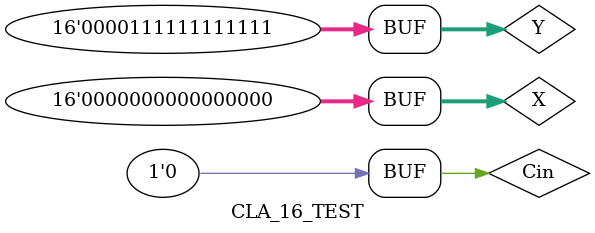
<source format=v>
`timescale 1ns / 1ps


module CLA_16(X,Y,Cin,S,Cout);
    input [15:0] X, Y;
    input Cin;
    output [15:0] S;
    output Cout;

    wire Cout0,Cout1,Cout2;
    CLA_4 add0(X[3:0],Y[3:0],Cin,S[3:0],Cout0);
    CLA_4 add1(X[7:4],Y[7:4],Cout0,S[7:4],Cout1);
    CLA_4 add2(X[11:8],Y[11:8],Cout1,S[11:8],Cout2);
    CLA_4 add3(X[15:12],Y[15:12],Cout2,S[15:12],Cout);
//    CLA_4 add0(X[0],X[1],X[2],X[3],Y[0],Y[1],Y[2],Y[3],Cin,S[0],S[1],S[2],S[3],Cout0);
//    CLA_4 add1(X[4],X[5],X[6],X[7],Y[4],Y[5],Y[6],Y[7],Cout0,S[4],S[5],S[6],S[7],Cout1);
//    CLA_4 add2(X[8],X[9],X[10],X[11],Y[8],Y[9],Y[10],Y[11],Cout1,S[8],S[9],S[10],S[11],Cout2);
//    CLA_4 add3(X[12],X[13],X[14],X[15],Y[12],Y[13],Y[14],Y[15],Cout2,S[12],S[13],S[14],S[15],Cout);     
 endmodule


module CLA_16_TEST;
    reg [15:0] X, Y;
    reg Cin;
    wire[15:0]S;
    wire Cout;
    CLA_16 uut (.X(X),.Y(Y),.Cin(Cin),.S(S),.Cout(Cout));
    initial begin
        X='b0000000000000000;
        Y='b0000111111111111;
        Cin=0;
    end
endmodule
</source>
